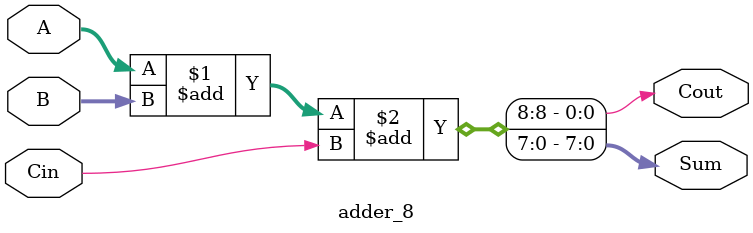
<source format=v>
module adder_8 (
  input[7:0] A, B,
  input Cin,
  output[7:0] Sum,
  output Cout
);
  assign {Cout, Sum} = A + B + Cin;
endmodule
</source>
